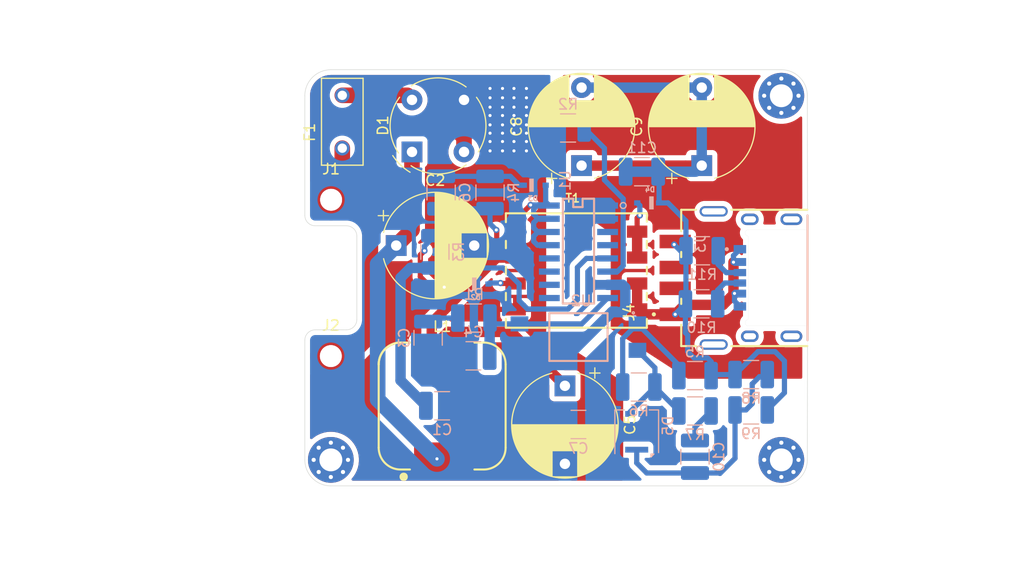
<source format=kicad_pcb>
(kicad_pcb (version 20241229) (generator "pcbnew") (generator_version "9.0")
  (layers (0 "F.Cu" signal) (2 "B.Cu" signal) (13 "F.Paste" user) (15 "B.Paste" user) (5 "F.SilkS" user "F.Silkscreen") (7 "B.SilkS" user "B.Silkscreen") (1 "F.Mask" user) (3 "B.Mask" user) (25 "Edge.Cuts" user))
  (net 0 "")
  (net 1 "GND1")
  (net 2 "Net-(D1-+)")
  (net 3 "GND2")
  (net 4 "Net-(U1-VDD)")
  (net 5 "Net-(U1-COMP)")
  (net 6 "Net-(J2-Pin_1)")
  (net 7 "Net-(D1-Pad4)")
  (net 8 "Net-(D5-K)")
  (net 9 "Net-(J1-Pin_1)")
  (net 10 "Net-(U1-LIM)")
  (net 11 "Net-(R5-Pad2)")
  (net 12 "Net-(J4-VCC)")
  (net 13 "Net-(J3-CC2)")
  (net 18 "Net-(J3-CC1)")
  (net 23 "Net-(C3-Pad1)")
  (net 24 "Net-(C5-Pad1)")
  (net 25 "Net-(C6-Pad2)")
  (net 26 "Net-(D5-common)")
  (net 27 "Net-(C10-Pad2)")
  (net 28 "Net-(D2-PadC)")
  (net 29 "Net-(D2-PadA)")
  (net 30 "Net-(D3-PadA)")
  (net 31 "Net-(D4-PadA)")
  (footprint "MountingHole:MountingHole_2.2mm_M2_Pad_Via" (layer "F.Cu") (at 235 49.2)
    (property "Reference" "REF**" (hide yes))
    (property "Value" "MountingHole_2.2mm_M2_Pad_Via" (hide yes))
    (pad "1" thru_hole circle (at -1.65 0) (size 0.7 0.7) (drill 0.4) (layers "*.Cu" "*.Mask"))
    (pad "1" thru_hole circle (at -1.166726 -1.166726) (size 0.7 0.7) (drill 0.4) (layers "*.Cu" "*.Mask"))
    (pad "1" thru_hole circle (at -1.166726 1.166726) (size 0.7 0.7) (drill 0.4) (layers "*.Cu" "*.Mask"))
    (pad "1" thru_hole circle (at 0 -1.65) (size 0.7 0.7) (drill 0.4) (layers "*.Cu" "*.Mask"))
    (pad "1" thru_hole circle (at 0 0) (size 4.4 4.4) (drill 2.2) (layers "*.Cu" "*.Mask"))
    (pad "1" thru_hole circle (at 0 1.65) (size 0.7 0.7) (drill 0.4) (layers "*.Cu" "*.Mask"))
    (pad "1" thru_hole circle (at 1.166726 -1.166726) (size 0.7 0.7) (drill 0.4) (layers "*.Cu" "*.Mask"))
    (pad "1" thru_hole circle (at 1.166726 1.166726) (size 0.7 0.7) (drill 0.4) (layers "*.Cu" "*.Mask"))
    (pad "1" thru_hole circle (at 1.65 0) (size 0.7 0.7) (drill 0.4) (layers "*.Cu" "*.Mask"))
  )
  (footprint "Diode_THT:Diode_Bridge_Round_D9.0mm" (layer "F.Cu") (at 199.5 54.6 90)
    (property "Reference" "D1" (at 2.54 -2.794 90) (layer "F.SilkS"))
    (property "Value" "RB157")
    (pad "1" thru_hole rect (at 0 0 90) (size 2 2) (drill 1) (layers "*.Cu" "*.Mask") (net 2 "Net-(D1-+)"))
    (pad "2" thru_hole oval (at 0 5 90) (size 2 2) (drill 1) (layers "*.Cu" "*.Mask") (net 6 "Net-(J2-Pin_1)"))
    (pad "3" thru_hole oval (at 5 5 90) (size 2 2) (drill 1) (layers "*.Cu" "*.Mask") (net 1 "GND1"))
    (pad "4" thru_hole oval (at 5 0 90) (size 2 2) (drill 1) (layers "*.Cu" "*.Mask") (net 7 "Net-(D1-Pad4)"))
  )
  (footprint "Capacitor_THT:CP_Radial_D10.0mm_P7.50mm" (layer "F.Cu") (at 227.35 55.917677 90)
    (property "Reference" "C9" (at 3.75 -6.25 90) (layer "F.SilkS"))
    (property "Value" "560uF")
    (pad "1" thru_hole rect (at 0 0 90) (size 2 2) (drill 1) (layers "*.Cu" "*.Mask") (net 12 "Net-(J4-VCC)"))
    (pad "2" thru_hole circle (at 7.5 0 90) (size 2 2) (drill 1) (layers "*.Cu" "*.Mask") (net 3 "GND2"))
  )
  (footprint "WE-FB_EP7_SCH1:WE-FB_EP7_P11.68" (layer "F.Cu") (at 215.3 66)
    (property "Reference" "T1" (at -0.35 -6.958 0) (layer "F.SilkS") (effects (font (size 0.8 0.8))))
    (property "Value" "WE-FB_EP7_SCH1")
    (pad "1" smd rect (at -5.84 3.735) (size 1.96 1.17) (layers "F.Cu" "F.Mask" "F.Paste") (net 1 "GND1"))
    (pad "2" smd rect (at -5.84 1.245) (size 1.96 1.17) (layers "F.Cu" "F.Mask" "F.Paste") (net 29 "Net-(D2-PadA)"))
    (pad "3" smd rect (at -5.84 -1.245) (size 1.96 1.17) (layers "F.Cu" "F.Mask" "F.Paste") (net 24 "Net-(C5-Pad1)"))
    (pad "4" smd rect (at -5.84 -3.735) (size 1.96 1.17) (layers "F.Cu" "F.Mask" "F.Paste") (net 30 "Net-(D3-PadA)"))
    (pad "5" smd rect (at 5.84 -3.735) (size 1.96 1.17) (layers "F.Cu" "F.Mask" "F.Paste") (net 31 "Net-(D4-PadA)"))
    (pad "6" smd rect (at 5.84 -1.245) (size 1.96 1.17) (layers "F.Cu" "F.Mask" "F.Paste") (net 31 "Net-(D4-PadA)"))
    (pad "7" smd rect (at 5.84 1.245) (size 1.96 1.17) (layers "F.Cu" "F.Mask" "F.Paste") (net 3 "GND2"))
    (pad "8" smd rect (at 5.84 3.735) (size 1.96 1.17) (layers "F.Cu" "F.Mask" "F.Paste") (net 3 "GND2"))
  )
  (footprint "MountingHole:MountingHole_2.2mm_M2_Pad_Via" (layer "F.Cu") (at 235 84.2)
    (property "Reference" "REF**" (hide yes))
    (property "Value" "MountingHole_2.2mm_M2_Pad_Via" (hide yes))
    (pad "1" thru_hole circle (at -1.65 0) (size 0.7 0.7) (drill 0.4) (layers "*.Cu" "*.Mask"))
    (pad "1" thru_hole circle (at -1.166726 -1.166726) (size 0.7 0.7) (drill 0.4) (layers "*.Cu" "*.Mask"))
    (pad "1" thru_hole circle (at -1.166726 1.166726) (size 0.7 0.7) (drill 0.4) (layers "*.Cu" "*.Mask"))
    (pad "1" thru_hole circle (at 0 -1.65) (size 0.7 0.7) (drill 0.4) (layers "*.Cu" "*.Mask"))
    (pad "1" thru_hole circle (at 0 0) (size 4.4 4.4) (drill 2.2) (layers "*.Cu" "*.Mask"))
    (pad "1" thru_hole circle (at 0 1.65) (size 0.7 0.7) (drill 0.4) (layers "*.Cu" "*.Mask"))
    (pad "1" thru_hole circle (at 1.166726 -1.166726) (size 0.7 0.7) (drill 0.4) (layers "*.Cu" "*.Mask"))
    (pad "1" thru_hole circle (at 1.166726 1.166726) (size 0.7 0.7) (drill 0.4) (layers "*.Cu" "*.Mask"))
    (pad "1" thru_hole circle (at 1.65 0) (size 0.7 0.7) (drill 0.4) (layers "*.Cu" "*.Mask"))
  )
  (footprint "USB1046-GF-0190-L-B-A_REVB4:GCT_USB1046-GF-0190-L-B-A_REVB4" (layer "F.Cu") (at 228.4975 66.7125 90)
    (property "Reference" "J4" (at -3.325 -8.135 90) (layer "F.SilkS"))
    (property "Value" "USB1046-GF-0190-L-B-A_REVB4")
    (pad "1" smd rect (at -3.5 -3.7 90) (size 1.3 3) (layers "F.Cu" "F.Mask" "F.Paste") (net 12 "Net-(J4-VCC)"))
    (pad "2" smd rect (at -1 -3.7 90) (size 1.3 3) (layers "F.Cu" "F.Mask" "F.Paste"))
    (pad "3" smd rect (at 1 -3.7 90) (size 1.3 3) (layers "F.Cu" "F.Mask" "F.Paste"))
    (pad "4" smd rect (at 3.5 -3.7 90) (size 1.3 3) (layers "F.Cu" "F.Mask" "F.Paste") (net 3 "GND2"))
    (pad "SH1" thru_hole oval (at -6.4 0 90) (size 1 2.7) (drill oval 0.6 2.3) (layers "*.Cu" "*.Mask"))
    (pad "SH2" thru_hole oval (at 6.4 0 90) (size 1 2.7) (drill oval 0.6 2.3) (layers "*.Cu" "*.Mask"))
  )
  (footprint "WE-PD_1210:WE-PD_1210" (layer "F.Cu") (at 202.4 79.025)
    (property "Reference" "L1" (at 0 -7.635 0) (layer "F.SilkS"))
    (property "Value" "WE-PD_1210")
    (pad "1" smd rect (at 0 4.95) (size 5.4 2.9) (layers "F.Cu" "F.Mask" "F.Paste") (net 2 "Net-(D1-+)"))
    (pad "2" smd rect (at 0 -4.95) (size 5.4 2.9) (layers "F.Cu" "F.Mask" "F.Paste") (net 24 "Net-(C5-Pad1)"))
    (zone (net 0) (net_name "") (layer "F.Cu") (connect_pads (clearance 0)) (min_thickness 0.1)
      (keepout (tracks not_allowed) (vias not_allowed) (pads not_allowed) (copperpour not_allowed) (footprints allowed))
      (fill (thermal_gap 0.508) (thermal_bridge_width 0.508))
      (polygon (pts (xy 196.4 75.025) (xy 196.4 83.025) (xy 196.403 83.13) (xy 196.411 83.234) (xy 196.425 83.338) (xy 196.444 83.441) (xy 196.468 83.543) (xy 196.498 83.643) (xy 196.533 83.742) (xy 196.573 83.838) (xy 196.618 83.933) (xy 196.668 84.025) (xy 196.723 84.114) (xy 196.782 84.201) (xy 196.846 84.284) (xy 196.914 84.363) (xy 196.986 84.439) (xy 197.062 84.511) (xy 197.141 84.579) (xy 197.224 84.643) (xy 197.311 84.702) (xy 197.4 84.757) (xy 197.492 84.807) (xy 197.587 84.852) (xy 197.683 84.892) (xy 197.782 84.927) (xy 197.882 84.957) (xy 197.984 84.981) (xy 198.087 85) (xy 198.191 85.014) (xy 198.295 85.022) (xy 198.4 85.025) (xy 199.5 85.025) (xy 199.5 82.325) (xy 205.3 82.325) (xy 205.3 85.025) (xy 206.4 85.025) (xy 206.505 85.022) (xy 206.609 85.014) (xy 206.713 85) (xy 206.816 84.981) (xy 206.918 84.957) (xy 207.018 84.927) (xy 207.117 84.892) (xy 207.213 84.852) (xy 207.308 84.807) (xy 207.4 84.757) (xy 207.489 84.702) (xy 207.576 84.643) (xy 207.659 84.579) (xy 207.738 84.511) (xy 207.814 84.439) (xy 207.886 84.363) (xy 207.954 84.284) (xy 208.018 84.201) (xy 208.077 84.114) (xy 208.132 84.025) (xy 208.182 83.933) (xy 208.227 83.838) (xy 208.267 83.742) (xy 208.302 83.643) (xy 208.332 83.543) (xy 208.356 83.441) (xy 208.375 83.338) (xy 208.389 83.234) (xy 208.397 83.13) (xy 208.4 83.025) (xy 208.4 75.025) (xy 208.397 74.92) (xy 208.389 74.816) (xy 208.375 74.712) (xy 208.356 74.609) (xy 208.332 74.507) (xy 208.302 74.407) (xy 208.267 74.308) (xy 208.227 74.212) (xy 208.182 74.117) (xy 208.132 74.025) (xy 208.077 73.936) (xy 208.018 73.849) (xy 207.954 73.766) (xy 207.886 73.687) (xy 207.814 73.611) (xy 207.738 73.539) (xy 207.659 73.471) (xy 207.576 73.407) (xy 207.489 73.348) (xy 207.4 73.293) (xy 207.308 73.243) (xy 207.213 73.198) (xy 207.117 73.158) (xy 207.018 73.123) (xy 206.918 73.093) (xy 206.816 73.069) (xy 206.713 73.05) (xy 206.609 73.036) (xy 206.505 73.028) (xy 206.4 73.025) (xy 205.3 73.025) (xy 205.3 75.725) (xy 199.5 75.725) (xy 199.5 73.025) (xy 198.4 73.025) (xy 198.295 73.028) (xy 198.191 73.036) (xy 198.087 73.05) (xy 197.984 73.069) (xy 197.882 73.093) (xy 197.782 73.123) (xy 197.683 73.158) (xy 197.587 73.198) (xy 197.492 73.243) (xy 197.4 73.293) (xy 197.311 73.348) (xy 197.224 73.407) (xy 197.141 73.471) (xy 197.062 73.539) (xy 196.986 73.611) (xy 196.914 73.687) (xy 196.846 73.766) (xy 196.782 73.849) (xy 196.723 73.936) (xy 196.668 74.025) (xy 196.618 74.117) (xy 196.573 74.212) (xy 196.533 74.308) (xy 196.498 74.407) (xy 196.468 74.507) (xy 196.444 74.609) (xy 196.425 74.712) (xy 196.411 74.816) (xy 196.403 74.92)))
    )
  )
  (footprint "Mounting_Wuerth:Mounting_Wuerth_WA-SMSI-M1.6_H1mm_9774010633" (layer "F.Cu") (at 191.7 74.225)
    (property "Reference" "J2" (at 0 -2.95 0) (layer "F.SilkS"))
    (property "Value" "Screw_Terminal_01x01")
    (pad "" np_thru_hole circle (at 0 0) (size 2.1 2.1) (drill 2.1) (layers "*.Cu" "*.Mask"))
    (pad "1" smd circle (at -1.525 0) (size 0.442 0.442) (layers "F.Cu") (net 6 "Net-(J2-Pin_1)"))
    (pad "1" smd circle (at 0 -1.525) (size 0.442 0.442) (layers "F.Cu") (net 6 "Net-(J2-Pin_1)"))
    (pad "1" smd circle (at 0 1.525) (size 0.442 0.442) (layers "F.Cu") (net 6 "Net-(J2-Pin_1)"))
    (pad "1" smd custom (at 1.525 0) (size 0.95 0.95) (layers "F.Cu" "F.Mask") (net 6 "Net-(J2-Pin_1)") (options (clearance outline) (anchor circle)) (primitives (gr_circle (center -1.525 0) (end 0 0) (width 0.95) (fill no))))
  )
  (footprint "Capacitor_THT:CP_Radial_D10.0mm_P7.50mm" (layer "F.Cu") (at 214.2 77.082323 -90)
    (property "Reference" "C5" (at 3.75 -6.25 90) (layer "F.SilkS"))
    (property "Value" "12uF")
    (pad "1" thru_hole rect (at 0 0 270) (size 2 2) (drill 1) (layers "*.Cu" "*.Mask") (net 24 "Net-(C5-Pad1)"))
    (pad "2" thru_hole circle (at 7.5 0 270) (size 2 2) (drill 1) (layers "*.Cu" "*.Mask") (net 1 "GND1"))
  )
  (footprint "Capacitor_THT:CP_Radial_D10.0mm_P7.50mm" (layer "F.Cu") (at 215.8 55.917677 90)
    (property "Reference" "C8" (at 3.75 -6.25 90) (layer "F.SilkS"))
    (property "Value" "560uF")
    (pad "1" thru_hole rect (at 0 0 90) (size 2 2) (drill 1) (layers "*.Cu" "*.Mask") (net 12 "Net-(J4-VCC)"))
    (pad "2" thru_hole circle (at 7.5 0 90) (size 2 2) (drill 1) (layers "*.Cu" "*.Mask") (net 3 "GND2"))
  )
  (footprint "MountingHole:MountingHole_2.2mm_M2_Pad_Via" (layer "F.Cu") (at 191.7 84.2)
    (property "Reference" "REF**" (hide yes))
    (property "Value" "MountingHole_2.2mm_M2_Pad_Via" (hide yes))
    (pad "1" thru_hole circle (at -1.65 0) (size 0.7 0.7) (drill 0.4) (layers "*.Cu" "*.Mask"))
    (pad "1" thru_hole circle (at -1.166726 -1.166726) (size 0.7 0.7) (drill 0.4) (layers "*.Cu" "*.Mask"))
    (pad "1" thru_hole circle (at -1.166726 1.166726) (size 0.7 0.7) (drill 0.4) (layers "*.Cu" "*.Mask"))
    (pad "1" thru_hole circle (at 0 -1.65) (size 0.7 0.7) (drill 0.4) (layers "*.Cu" "*.Mask"))
    (pad "1" thru_hole circle (at 0 0) (size 4.4 4.4) (drill 2.2) (layers "*.Cu" "*.Mask"))
    (pad "1" thru_hole circle (at 0 1.65) (size 0.7 0.7) (drill 0.4) (layers "*.Cu" "*.Mask"))
    (pad "1" thru_hole circle (at 1.166726 -1.166726) (size 0.7 0.7) (drill 0.4) (layers "*.Cu" "*.Mask"))
    (pad "1" thru_hole circle (at 1.166726 1.166726) (size 0.7 0.7) (drill 0.4) (layers "*.Cu" "*.Mask"))
    (pad "1" thru_hole circle (at 1.65 0) (size 0.7 0.7) (drill 0.4) (layers "*.Cu" "*.Mask"))
  )
  (footprint "Capacitor_THT:CP_Radial_D10.0mm_P7.50mm" (layer "F.Cu") (at 197.982323 63.6)
    (property "Reference" "C2" (at 3.75 -6.25 0) (layer "F.SilkS"))
    (property "Value" "12uF")
    (pad "1" thru_hole rect (at 0 0) (size 2 2) (drill 1) (layers "*.Cu" "*.Mask") (net 2 "Net-(D1-+)"))
    (pad "2" thru_hole circle (at 7.5 0) (size 2 2) (drill 1) (layers "*.Cu" "*.Mask") (net 1 "GND1"))
  )
  (footprint "RSTA-2.5-BULK:FUSE_RST-1-BULK" (layer "F.Cu") (at 192.8 51.7 90)
    (property "Reference" "F1" (at -1.025 -3.135 90) (layer "F.SilkS"))
    (property "Value" "RSTA-2.5-BULK")
    (pad "1" thru_hole circle (at -2.54 0 90) (size 1.408 1.408) (drill 0.9) (layers "*.Cu" "*.Mask") (net 9 "Net-(J1-Pin_1)"))
    (pad "2" thru_hole circle (at 2.54 0 90) (size 1.408 1.408) (drill 0.9) (layers "*.Cu" "*.Mask") (net 7 "Net-(D1-Pad4)"))
  )
  (footprint "Mounting_Wuerth:Mounting_Wuerth_WA-SMSI-M1.6_H1mm_9774010633" (layer "F.Cu") (at 191.725 59.2)
    (property "Reference" "J1" (at 0 -2.95 0) (layer "F.SilkS"))
    (property "Value" "Screw_Terminal_01x01")
    (pad "" np_thru_hole circle (at 0 0) (size 2.1 2.1) (drill 2.1) (layers "*.Cu" "*.Mask"))
    (pad "1" smd circle (at -1.525 0) (size 0.442 0.442) (layers "F.Cu") (net 9 "Net-(J1-Pin_1)"))
    (pad "1" smd circle (at 0 -1.525) (size 0.442 0.442) (layers "F.Cu") (net 9 "Net-(J1-Pin_1)"))
    (pad "1" smd circle (at 0 1.525) (size 0.442 0.442) (layers "F.Cu") (net 9 "Net-(J1-Pin_1)"))
    (pad "1" smd custom (at 1.525 0) (size 0.95 0.95) (layers "F.Cu" "F.Mask") (net 9 "Net-(J1-Pin_1)") (options (clearance outline) (anchor circle)) (primitives (gr_circle (center -1.525 0) (end 0 0) (width 0.95) (fill no))))
  )
  (footprint "Resistor_SMD:R_1210_3225Metric_Pad1.30x2.65mm_HandSolder" (layer "B.Cu") (at 227.3325 69.2)
    (property "Reference" "R10" (at 0 2.28 0) (layer "B.SilkS") (effects (justify mirror)))
    (property "Value" "10k")
    (pad "1" smd roundrect (at -1.55 0) (size 1.3 2.65) (layers "B.Cu" "B.Mask" "B.Paste") (roundrect_rratio 0.192308) (net 12 "Net-(J4-VCC)"))
    (pad "2" smd roundrect (at 1.55 0) (size 1.3 2.65) (layers "B.Cu" "B.Mask" "B.Paste") (roundrect_rratio 0.192308) (net 13 "Net-(J3-CC2)"))
  )
  (footprint "Resistor_SMD:R_1210_3225Metric_Pad1.30x2.65mm_HandSolder" (layer "B.Cu") (at 232.1 76)
    (property "Reference" "R8" (at 0 2.28 0) (layer "B.SilkS") (effects (justify mirror)))
    (property "Value" "130K")
    (pad "1" smd roundrect (at -1.55 0) (size 1.3 2.65) (layers "B.Cu" "B.Mask" "B.Paste") (roundrect_rratio 0.192308) (net 12 "Net-(J4-VCC)"))
    (pad "2" smd roundrect (at 1.55 0) (size 1.3 2.65) (layers "B.Cu" "B.Mask" "B.Paste") (roundrect_rratio 0.192308) (net 26 "Net-(D5-common)"))
  )
  (footprint "USB4515-GF-A_REVA:GCT_USB4515-GF-A_REVA" (layer "B.Cu") (at 235.9675 66.7 -90)
    (property "Reference" "J3" (at -3.245 8.755 90) (layer "B.SilkS") (effects (justify mirror)))
    (property "Value" "USB4515-GF-A_REVA")
    (fp_line (start -3.95 4.15) (end 3.95 4.15) (stroke (width 0.01)) (layer "Edge.Cuts"))
    (fp_line (start 4.62 4.15) (end 4.62 -1.55) (stroke (width 0.01)) (layer "Edge.Cuts"))
    (fp_line (start -6.62 -1.55) (end -4.62 -1.55) (stroke (width 0.01)) (layer "Edge.Cuts"))
    (fp_line (start -4.62 -1.55) (end -4.62 4.15) (stroke (width 0.01)) (layer "Edge.Cuts"))
    (fp_line (start 4.62 -1.55) (end 6.62 -1.55) (stroke (width 0.01)) (layer "Edge.Cuts"))
    (fp_arc (start -4.03 4.23) (mid -4.359942 4.447699) (end -4.62 4.15) (stroke (width 0.01)) (layer "Edge.Cuts"))
    (fp_arc (start -4.03 4.23) (mid -4.003271 4.176729) (end -3.95 4.15) (stroke (width 0.01)) (layer "Edge.Cuts"))
    (fp_arc (start 3.95 4.15) (mid 4.00328 4.17672) (end 4.03 4.23) (stroke (width 0.01)) (layer "Edge.Cuts"))
    (fp_arc (start 4.62 4.15) (mid 4.359945 4.447696) (end 4.03 4.23) (stroke (width 0.01)) (layer "Edge.Cuts"))
    (pad "A5" smd rect (at -0.5 4.95 270) (size 0.7 1.2) (layers "B.Cu" "B.Mask" "B.Paste") (net 18 "Net-(J3-CC1)"))
    (pad "A9" smd rect (at 1.52 4.95 270) (size 0.76 1.2) (layers "B.Cu" "B.Mask" "B.Paste") (net 12 "Net-(J4-VCC)"))
    (pad "A12" smd rect (at 2.75 4.95 270) (size 0.8 1.2) (layers "B.Cu" "B.Mask" "B.Paste") (net 3 "GND2"))
    (pad "B5" smd rect (at 0.5 4.95 270) (size 0.7 1.2) (layers "B.Cu" "B.Mask" "B.Paste") (net 13 "Net-(J3-CC2)"))
    (pad "B9" smd rect (at -1.52 4.95 270) (size 0.76 1.2) (layers "B.Cu" "B.Mask" "B.Paste") (net 12 "Net-(J4-VCC)"))
    (pad "B12" smd rect (at -2.75 4.95 270) (size 0.8 1.2) (layers "B.Cu" "B.Mask" "B.Paste") (net 3 "GND2"))
    (pad "S1" thru_hole oval (at -5.62 0 270) (size 1.1 2.1) (drill oval 0.6 1.6) (layers "*.Cu" "*.Mask"))
    (pad "S2" thru_hole oval (at 5.62 0 270) (size 1.1 2.1) (drill oval 0.6 1.6) (layers "*.Cu" "*.Mask"))
    (pad "S3" thru_hole oval (at -5.62 4 270) (size 1.1 1.7) (drill oval 0.6 1.2) (layers "*.Cu" "*.Mask"))
    (pad "S4" thru_hole oval (at 5.62 4 270) (size 1.1 1.7) (drill oval 0.6 1.2) (layers "*.Cu" "*.Mask"))
  )
  (footprint "VIPER26LD:SO16N" (layer "B.Cu") (at 215.5 64.2 -90)
    (property "Reference" "U1" (at -6.842 1.27 90) (layer "B.SilkS") (effects (justify mirror)))
    (property "Value" "VIPER26LD")
    (property "VALUE" "VIPER26LD" (hide yes))
    (pad "1" smd rect (at -4.445 -2.8 270) (size 0.6 2) (layers "B.Cu" "B.Mask" "B.Paste") (net 1 "GND1"))
    (pad "2" smd rect (at -3.175 -2.8 270) (size 0.6 2) (layers "B.Cu" "B.Mask" "B.Paste") (net 1 "GND1"))
    (pad "3" smd rect (at -1.905 -2.8 270) (size 0.6 2) (layers "B.Cu" "B.Mask" "B.Paste"))
    (pad "4" smd rect (at -0.635 -2.8 270) (size 0.6 2) (layers "B.Cu" "B.Mask" "B.Paste"))
    (pad "5" smd rect (at 0.635 -2.8 270) (size 0.6 2) (layers "B.Cu" "B.Mask" "B.Paste") (net 4 "Net-(U1-VDD)"))
    (pad "6" smd rect (at 1.905 -2.8 270) (size 0.6 2) (layers "B.Cu" "B.Mask" "B.Paste") (net 10 "Net-(U1-LIM)"))
    (pad "7" smd rect (at 3.175 -2.8 270) (size 0.6 2) (layers "B.Cu" "B.Mask" "B.Paste") (net 1 "GND1"))
    (pad "8" smd rect (at 4.445 -2.8 270) (size 0.6 2) (layers "B.Cu" "B.Mask" "B.Paste") (net 5 "Net-(U1-COMP)"))
    (pad "9" smd rect (at 4.445 2.8 270) (size 0.6 2) (layers "B.Cu" "B.Mask" "B.Paste"))
    (pad "10" smd rect (at 3.175 2.8 270) (size 0.6 2) (layers "B.Cu" "B.Mask" "B.Paste"))
    (pad "11" smd rect (at 1.905 2.8 270) (size 0.6 2) (layers "B.Cu" "B.Mask" "B.Paste"))
    (pad "12" smd rect (at 0.635 2.8 270) (size 0.6 2) (layers "B.Cu" "B.Mask" "B.Paste"))
    (pad "13" smd rect (at -0.635 2.8 270) (size 0.6 2) (layers "B.Cu" "B.Mask" "B.Paste") (net 30 "Net-(D3-PadA)"))
    (pad "14" smd rect (at -1.905 2.8 270) (size 0.6 2) (layers "B.Cu" "B.Mask" "B.Paste") (net 30 "Net-(D3-PadA)"))
    (pad "15" smd rect (at -3.175 2.8 270) (size 0.6 2) (layers "B.Cu" "B.Mask" "B.Paste") (net 30 "Net-(D3-PadA)"))
    (pad "16" smd rect (at -4.445 2.8 270) (size 0.6 2) (layers "B.Cu" "B.Mask" "B.Paste") (net 30 "Net-(D3-PadA)"))
  )
  (footprint "Capacitor_SMD:C_1210_3225Metric_Pad1.33x2.70mm_HandSolder" (layer "B.Cu") (at 205.4 74.2 180)
    (property "Reference" "C4" (at 0 2.3 0) (layer "B.SilkS") (effects (justify mirror)))
    (property "Value" "220pF")
    (pad "1" smd roundrect (at -1.5625 0 180) (size 1.325 2.7) (layers "B.Cu" "B.Mask" "B.Paste") (roundrect_rratio 0.188679) (net 5 "Net-(U1-COMP)"))
    (pad "2" smd roundrect (at 1.5625 0 180) (size 1.325 2.7) (layers "B.Cu" "B.Mask" "B.Paste") (roundrect_rratio 0.188679) (net 1 "GND1"))
  )
  (footprint "Capacitor_SMD:C_1210_3225Metric_Pad1.33x2.70mm_HandSolder" (layer "B.Cu") (at 201.05 72.47 -90)
    (property "Reference" "C3" (at 0 2.3 90) (layer "B.SilkS") (effects (justify mirror)))
    (property "Value" "330nF")
    (pad "1" smd roundrect (at -1.5625 0 270) (size 1.325 2.7) (layers "B.Cu" "B.Mask" "B.Paste") (roundrect_rratio 0.188679) (net 23 "Net-(C3-Pad1)"))
    (pad "2" smd roundrect (at 1.5625 0 270) (size 1.325 2.7) (layers "B.Cu" "B.Mask" "B.Paste") (roundrect_rratio 0.188679) (net 1 "GND1"))
  )
  (footprint "Capacitor_SMD:C_1210_3225Metric_Pad1.33x2.70mm_HandSolder" (layer "B.Cu") (at 226.7 83.9 90)
    (property "Reference" "C10" (at 0 2.3 90) (layer "B.SilkS") (effects (justify mirror)))
    (property "Value" "12nF")
    (pad "1" smd roundrect (at -1.5625 0 90) (size 1.325 2.7) (layers "B.Cu" "B.Mask" "B.Paste") (roundrect_rratio 0.188679) (net 26 "Net-(D5-common)"))
    (pad "2" smd roundrect (at 1.5625 0 90) (size 1.325 2.7) (layers "B.Cu" "B.Mask" "B.Paste") (roundrect_rratio 0.188679) (net 27 "Net-(C10-Pad2)"))
  )
  (footprint "VO617A-3X018T:SOIC254P1210X390-4N" (layer "B.Cu") (at 215.5 72.4 180)
    (property "Reference" "U2" (at -0.251215 3.492045 0) (layer "B.SilkS") (effects (font (size 1.000874 1.000874)) (justify mirror)))
    (property "Value" "VO617A-3X018T")
    (pad "1" smd rect (at -5.67 1.27 180) (size 1.7 1.45) (layers "B.Cu" "B.Mask" "B.Paste") (net 11 "Net-(R5-Pad2)"))
    (pad "2" smd rect (at -5.67 -1.27 180) (size 1.7 1.45) (layers "B.Cu" "B.Mask" "B.Paste") (net 8 "Net-(D5-K)"))
    (pad "3" smd rect (at 5.67 -1.27 180) (size 1.7 1.45) (layers "B.Cu" "B.Mask" "B.Paste") (net 1 "GND1"))
    (pad "4" smd rect (at 5.67 1.27 180) (size 1.7 1.45) (layers "B.Cu" "B.Mask" "B.Paste") (net 5 "Net-(U1-COMP)"))
  )
  (footprint "Resistor_SMD:R_1210_3225Metric_Pad1.30x2.65mm_HandSolder" (layer "B.Cu") (at 207 58.5 90)
    (property "Reference" "R4" (at 0 2.28 90) (layer "B.SilkS") (effects (justify mirror)))
    (property "Value" "220k")
    (pad "1" smd roundrect (at -1.55 0 90) (size 1.3 2.65) (layers "B.Cu" "B.Mask" "B.Paste") (roundrect_rratio 0.192308) (net 24 "Net-(C5-Pad1)"))
    (pad "2" smd roundrect (at 1.55 0 90) (size 1.3 2.65) (layers "B.Cu" "B.Mask" "B.Paste") (roundrect_rratio 0.192308) (net 25 "Net-(C6-Pad2)"))
  )
  (footprint "Resistor_SMD:R_1210_3225Metric_Pad1.30x2.65mm_HandSolder" (layer "B.Cu") (at 232.1 79.4)
    (property "Reference" "R9" (at 0 2.28 0) (layer "B.SilkS") (effects (justify mirror)))
    (property "Value" "43K")
    (pad "1" smd roundrect (at -1.55 0) (size 1.3 2.65) (layers "B.Cu" "B.Mask" "B.Paste") (roundrect_rratio 0.192308) (net 26 "Net-(D5-common)"))
    (pad "2" smd roundrect (at 1.55 0) (size 1.3 2.65) (layers "B.Cu" "B.Mask" "B.Paste") (roundrect_rratio 0.192308) (net 3 "GND2"))
  )
  (footprint "1N4148WSQ-7-F:SOD2513X120N" (layer "B.Cu") (at 211.3 57.8)
    (property "Reference" "D3" (at -0.17623 1.276433 0) (layer "B.SilkS") (effects (font (size 0.480614 0.480614)) (justify mirror)))
    (property "Value" "1N4148WSQ-7-F")
    (pad "A" smd rect (at 1.05 0) (size 0.6 0.5) (layers "B.Cu" "B.Mask" "B.Paste") (net 30 "Net-(D3-PadA)"))
    (pad "C" smd rect (at -1.05 0) (size 0.6 0.5) (layers "B.Cu" "B.Mask" "B.Paste") (net 25 "Net-(C6-Pad2)"))
  )
  (footprint "Resistor_SMD:R_1210_3225Metric_Pad1.30x2.65mm_HandSolder" (layer "B.Cu") (at 226.7 76.1 180)
    (property "Reference" "R5" (at 0 2.28 0) (layer "B.SilkS") (effects (justify mirror)))
    (property "Value" "100")
    (pad "1" smd roundrect (at -1.55 0 180) (size 1.3 2.65) (layers "B.Cu" "B.Mask" "B.Paste") (roundrect_rratio 0.192308) (net 12 "Net-(J4-VCC)"))
    (pad "2" smd roundrect (at 1.55 0 180) (size 1.3 2.65) (layers "B.Cu" "B.Mask" "B.Paste") (roundrect_rratio 0.192308) (net 11 "Net-(R5-Pad2)"))
  )
  (footprint "1N4148WSQ-7-F:SOD2513X120N" (layer "B.Cu") (at 222.2 59.5 180)
    (property "Reference" "D4" (at -0.17623 1.276433 0) (layer "B.SilkS") (effects (font (size 0.480614 0.480614)) (justify mirror)))
    (property "Value" "1N4148WSQ-7-F")
    (pad "A" smd rect (at 1.05 0 180) (size 0.6 0.5) (layers "B.Cu" "B.Mask" "B.Paste") (net 31 "Net-(D4-PadA)"))
    (pad "C" smd rect (at -1.05 0 180) (size 0.6 0.5) (layers "B.Cu" "B.Mask" "B.Paste") (net 12 "Net-(J4-VCC)"))
  )
  (footprint "1N4148WSQ-7-F:SOD2513X120N" (layer "B.Cu") (at 205.8 67.3)
    (property "Reference" "D2" (at -0.17623 1.276433 0) (layer "B.SilkS") (effects (font (size 0.480614 0.480614)) (justify mirror)))
    (property "Value" "1N4148WSQ-7-F")
    (pad "A" smd rect (at 1.05 0) (size 0.6 0.5) (layers "B.Cu" "B.Mask" "B.Paste") (net 29 "Net-(D2-PadA)"))
    (pad "C" smd rect (at -1.05 0) (size 0.6 0.5) (layers "B.Cu" "B.Mask" "B.Paste") (net 28 "Net-(D2-PadC)"))
  )
  (footprint "Diode_SMD:Littelfuse_PolyZen-LS" (layer "B.Cu") (at 221.1 81.5 90)
    (property "Reference" "D5" (at 0.58 3 90) (layer "B.SilkS") (effects (justify mirror)))
    (property "Value" "D_Schottky_Dual_Series_CAK")
    (pad "1" smd rect (at -1.72 0 90) (size 0.56 2.21) (layers "B.Cu" "B.Mask" "B.Paste") (net 26 "Net-(D5-common)"))
    (pad "2" smd rect (at 1.72 0.635 90) (size 0.56 0.94) (layers "B.Cu" "B.Mask" "B.Paste") (net 3 "GND2"))
    (pad "3" smd rect (at 1.72 -0.635 90) (size 0.56 0.94) (layers "B.Cu" "B.Mask" "B.Paste") (net 8 "Net-(D5-K)"))
  )
  (footprint "Resistor_SMD:R_1210_3225Metric_Pad1.30x2.65mm_HandSolder" (layer "B.Cu") (at 227.3825 64.1)
    (property "Reference" "R11" (at 0 2.28 0) (layer "B.SilkS") (effects (justify mirror)))
    (property "Value" "10k")
    (pad "1" smd roundrect (at -1.55 0) (size 1.3 2.65) (layers "B.Cu" "B.Mask" "B.Paste") (roundrect_rratio 0.192308) (net 12 "Net-(J4-VCC)"))
    (pad "2" smd roundrect (at 1.55 0) (size 1.3 2.65) (layers "B.Cu" "B.Mask" "B.Paste") (roundrect_rratio 0.192308) (net 18 "Net-(J3-CC1)"))
  )
  (footprint "Resistor_SMD:R_1210_3225Metric_Pad1.30x2.65mm_HandSolder" (layer "B.Cu") (at 214.5 52.3 180)
    (property "Reference" "R2" (at 0 2.28 0) (layer "B.SilkS") (effects (justify mirror)))
    (property "Value" "R")
    (pad "1" smd roundrect (at -1.55 0 180) (size 1.3 2.65) (layers "B.Cu" "B.Mask" "B.Paste") (roundrect_rratio 0.192308) (net 10 "Net-(U1-LIM)"))
    (pad "2" smd roundrect (at 1.55 0 180) (size 1.3 2.65) (layers "B.Cu" "B.Mask" "B.Paste") (roundrect_rratio 0.192308) (net 1 "GND1"))
  )
  (footprint "Capacitor_SMD:C_1210_3225Metric_Pad1.33x2.70mm_HandSolder" (layer "B.Cu") (at 221.6 56.5 180)
    (property "Reference" "C11" (at 0 2.3 0) (layer "B.SilkS") (effects (justify mirror)))
    (property "Value" "1uF")
    (pad "1" smd roundrect (at -1.5625 0 180) (size 1.325 2.7) (layers "B.Cu" "B.Mask" "B.Paste") (roundrect_rratio 0.188679) (net 12 "Net-(J4-VCC)"))
    (pad "2" smd roundrect (at 1.5625 0 180) (size 1.325 2.7) (layers "B.Cu" "B.Mask" "B.Paste") (roundrect_rratio 0.188679) (net 3 "GND2"))
  )
  (footprint "Resistor_SMD:R_1210_3225Metric_Pad1.30x2.65mm_HandSolder" (layer "B.Cu") (at 226.7 79.5)
    (property "Reference" "R7" (at 0 2.28 0) (layer "B.SilkS") (effects (justify mirror)))
    (property "Value" "1M")
    (pad "1" smd roundrect (at -1.55 0) (size 1.3 2.65) (layers "B.Cu" "B.Mask" "B.Paste") (roundrect_rratio 0.192308) (net 8 "Net-(D5-K)"))
    (pad "2" smd roundrect (at 1.55 0) (size 1.3 2.65) (layers "B.Cu" "B.Mask" "B.Paste") (roundrect_rratio 0.192308) (net 27 "Net-(C10-Pad2)"))
  )
  (footprint "Capacitor_SMD:C_1210_3225Metric_Pad1.33x2.70mm_HandSolder" (layer "B.Cu") (at 215.5 80.8)
    (property "Reference" "C7" (at 0 2.3 0) (layer "B.SilkS") (effects (justify mirror)))
    (property "Value" "C")
    (pad "1" smd roundrect (at -1.5625 0) (size 1.325 2.7) (layers "B.Cu" "B.Mask" "B.Paste") (roundrect_rratio 0.188679) (net 1 "GND1"))
    (pad "2" smd roundrect (at 1.5625 0) (size 1.325 2.7) (layers "B.Cu" "B.Mask" "B.Paste") (roundrect_rratio 0.188679) (net 3 "GND2"))
  )
  (footprint "Capacitor_SMD:C_1210_3225Metric_Pad1.33x2.70mm_HandSolder" (layer "B.Cu") (at 202.3 58.5 90)
    (property "Reference" "C6" (at 0 2.3 90) (layer "B.SilkS") (effects (justify mirror)))
    (property "Value" "1nF")
    (pad "1" smd roundrect (at -1.5625 0 90) (size 1.325 2.7) (layers "B.Cu" "B.Mask" "B.Paste") (roundrect_rratio 0.188679) (net 24 "Net-(C5-Pad1)"))
    (pad "2" smd roundrect (at 1.5625 0 90) (size 1.325 2.7) (layers "B.Cu" "B.Mask" "B.Paste") (roundrect_rratio 0.188679) (net 25 "Net-(C6-Pad2)"))
  )
  (footprint "Resistor_SMD:R_1210_3225Metric_Pad1.30x2.65mm_HandSolder" (layer "B.Cu") (at 201.7 64.2 90)
    (property "Reference" "R3" (at 0 2.28 90) (layer "B.SilkS") (effects (justify mirror)))
    (property "Value" "33")
    (pad "1" smd roundrect (at -1.55 0 90) (size 1.3 2.65) (layers "B.Cu" "B.Mask" "B.Paste") (roundrect_rratio 0.192308) (net 4 "Net-(U1-VDD)"))
    (pad "2" smd roundrect (at 1.55 0 90) (size 1.3 2.65) (layers "B.Cu" "B.Mask" "B.Paste") (roundrect_rratio 0.192308) (net 28 "Net-(D2-PadC)"))
  )
  (footprint "Resistor_SMD:R_1210_3225Metric_Pad1.30x2.65mm_HandSolder" (layer "B.Cu") (at 205.45 70.57 180)
    (property "Reference" "R1" (at 0 2.28 0) (layer "B.SilkS") (effects (justify mirror)))
    (property "Value" "3.3K")
    (pad "1" smd roundrect (at -1.55 0 180) (size 1.3 2.65) (layers "B.Cu" "B.Mask" "B.Paste") (roundrect_rratio 0.192308) (net 5 "Net-(U1-COMP)"))
    (pad "2" smd roundrect (at 1.55 0 180) (size 1.3 2.65) (layers "B.Cu" "B.Mask" "B.Paste") (roundrect_rratio 0.192308) (net 23 "Net-(C3-Pad1)"))
  )
  (footprint "Resistor_SMD:R_1210_3225Metric_Pad1.30x2.65mm_HandSolder" (layer "B.Cu") (at 221.3 77.2)
    (property "Reference" "R6" (at 0 2.28 0) (layer "B.SilkS") (effects (justify mirror)))
    (property "Value" "12k")
    (pad "1" smd roundrect (at -1.55 0) (size 1.3 2.65) (layers "B.Cu" "B.Mask" "B.Paste") (roundrect_rratio 0.192308) (net 11 "Net-(R5-Pad2)"))
    (pad "2" smd roundrect (at 1.55 0) (size 1.3 2.65) (layers "B.Cu" "B.Mask" "B.Paste") (roundrect_rratio 0.192308) (net 8 "Net-(D5-K)"))
  )
  (footprint "Capacitor_SMD:C_1210_3225Metric_Pad1.33x2.70mm_HandSolder" (layer "B.Cu") (at 202.4 79)
    (property "Reference" "C1" (at 0 2.3 0) (layer "B.SilkS") (effects (justify mirror)))
    (property "Value" "1nF")
    (pad "1" smd roundrect (at -1.5625 0) (size 1.325 2.7) (layers "B.Cu" "B.Mask" "B.Paste") (roundrect_rratio 0.188679) (net 4 "Net-(U1-VDD)"))
    (pad "2" smd roundrect (at 1.5625 0) (size 1.325 2.7) (layers "B.Cu" "B.Mask" "B.Paste") (roundrect_rratio 0.188679) (net 1 "GND1"))
  )
  (gr_line (start 237.5 49.2) (end 237.5175 60.08) (stroke (width 0.05)) (layer "Edge.Cuts"))
  (gr_line (start 190.2 61.7) (end 193.2 61.7) (stroke (width 0.05)) (layer "Edge.Cuts"))
  (gr_line (start 189.2 49.2) (end 189.2 60.7) (stroke (width 0.05)) (layer "Edge.Cuts"))
  (gr_line (start 235 46.7) (end 191.7 46.7) (stroke (width 0.05)) (layer "Edge.Cuts"))
  (gr_line (start 191.7 86.7) (end 235 86.7) (stroke (width 0.05)) (layer "Edge.Cuts"))
  (gr_arc (start 237.5 84.2) (mid 236.767767 85.967767) (end 235 86.7) (stroke (width 0.05)) (layer "Edge.Cuts"))
  (gr_line (start 193.2 71.7) (end 190.2 71.7) (stroke (width 0.05)) (layer "Edge.Cuts"))
  (gr_arc (start 189.2 49.2) (mid 189.932233 47.432233) (end 191.7 46.7) (stroke (width 0.05)) (layer "Edge.Cuts"))
  (gr_line (start 237.5 84.2) (end 237.5175 73.32) (stroke (width 0.05)) (layer "Edge.Cuts"))
  (gr_line (start 189.2 72.7) (end 189.2 84.2) (stroke (width 0.05)) (layer "Edge.Cuts"))
  (gr_line (start 194.2 62.7) (end 194.2 70.7) (stroke (width 0.05)) (layer "Edge.Cuts"))
  (gr_arc (start 193.2 61.7) (mid 193.907107 61.992893) (end 194.2 62.7) (stroke (width 0.05)) (layer "Edge.Cuts"))
  (gr_arc (start 191.7 86.7) (mid 189.932233 85.967767) (end 189.2 84.2) (stroke (width 0.05)) (layer "Edge.Cuts"))
  (gr_arc (start 189.2 72.7) (mid 189.492893 71.992893) (end 190.2 71.7) (stroke (width 0.05)) (layer "Edge.Cuts"))
  (gr_arc (start 190.2 61.7) (mid 189.492893 61.407107) (end 189.2 60.7) (stroke (width 0.05)) (layer "Edge.Cuts"))
  (gr_arc (start 194.2 70.7) (mid 193.907107 71.407107) (end 193.2 71.7) (stroke (width 0.05)) (layer "Edge.Cuts"))
  (gr_arc (start 235 46.7) (mid 236.767767 47.432233) (end 237.5 49.2) (stroke (width 0.05)) (layer "Edge.Cuts"))
  (via (at 207 50.3) (size 0.6) (drill 0.3) (layers "F.Cu" "B.Cu") (net 1))
  (via (at 207 52) (size 0.6) (drill 0.3) (layers "F.Cu" "B.Cu") (net 1))
  (via (at 208.2 50.3) (size 0.6) (drill 0.3) (layers "F.Cu" "B.Cu") (net 1))
  (via (at 210.5 51.1) (size 0.6) (drill 0.3) (layers "F.Cu" "B.Cu") (net 1))
  (via (at 209.3 52) (size 0.6) (drill 0.3) (layers "F.Cu" "B.Cu") (net 1))
  (via (at 210.5 48.5) (size 0.6) (drill 0.3) (layers "F.Cu" "B.Cu") (net 1))
  (via (at 208.2 52) (size 0.6) (drill 0.3) (layers "F.Cu" "B.Cu") (net 1))
  (via (at 209.3 54.5) (size 0.6) (drill 0.3) (layers "F.Cu" "B.Cu") (net 1))
  (via (at 210.5 49.4) (size 0.6) (drill 0.3) (layers "F.Cu" "B.Cu") (net 1))
  (via (at 210.5 50.3) (size 0.6) (drill 0.3) (layers "F.Cu" "B.Cu") (net 1))
  (via (at 209.3 52.8) (size 0.6) (drill 0.3) (layers "F.Cu" "B.Cu") (net 1))
  (via (at 207 51.1) (size 0.6) (drill 0.3) (layers "F.Cu" "B.Cu") (net 1))
  (via (at 207 49.4) (size 0.6) (drill 0.3) (layers "F.Cu" "B.Cu") (net 1))
  (via (at 209.3 50.3) (size 0.6) (drill 0.3) (layers "F.Cu" "B.Cu") (net 1))
  (via (at 210.5 52.8) (size 0.6) (drill 0.3) (layers "F.Cu" "B.Cu") (net 1))
  (via (at 209.3 53.6) (size 0.6) (drill 0.3) (layers "F.Cu" "B.Cu") (net 1))
  (via (at 207 54.5) (size 0.6) (drill 0.3) (layers "F.Cu" "B.Cu") (net 1))
  (via (at 208.2 51.1) (size 0.6) (drill 0.3) (layers "F.Cu" "B.Cu") (net 1))
  (via (at 208.2 49.4) (size 0.6) (drill 0.3) (layers "F.Cu" "B.Cu") (net 1))
  (via (at 208.2 52.8) (size 0.6) (drill 0.3) (layers "F.Cu" "B.Cu") (net 1))
  (via (at 210.5 52) (size 0.6) (drill 0.3) (layers "F.Cu" "B.Cu") (net 1))
  (via (at 209.3 51.1) (size 0.6) (drill 0.3) (layers "F.Cu" "B.Cu") (net 1))
  (via (at 210.5 53.6) (size 0.6) (drill 0.3) (layers "F.Cu" "B.Cu") (net 1))
  (via (at 207 48.5) (size 0.6) (drill 0.3) (layers "F.Cu" "B.Cu") (net 1))
  (via (at 208.2 48.5) (size 0.6) (drill 0.3) (layers "F.Cu" "B.Cu") (net 1))
  (via (at 209.3 48.5) (size 0.6) (drill 0.3) (layers "F.Cu" "B.Cu") (net 1))
  (via (at 210.5 54.5) (size 0.6) (drill 0.3) (layers "F.Cu" "B.Cu") (net 1))
  (via (at 208.2 53.6) (size 0.6) (drill 0.3) (layers "F.Cu" "B.Cu") (net 1))
  (via (at 208.2 54.5) (size 0.6) (drill 0.3) (layers "F.Cu" "B.Cu") (net 1))
  (via (at 209.3 49.4) (size 0.6) (drill 0.3) (layers "F.Cu" "B.Cu") (net 1))
  (via (at 207 52.8) (size 0.6) (drill 0.3) (layers "F.Cu" "B.Cu") (net 1))
  (via (at 207 53.6) (size 0.6) (drill 0.3) (layers "F.Cu" "B.Cu") (net 1))
  (segment (start 220.001 69.646) (end 219.647 70) (width 1) (layer "B.Cu") (net 1))
  (segment (start 219.732 67.375) (end 220.001 67.644) (width 1) (layer "B.Cu") (net 1))
  (segment (start 218.7 70) (end 215.03 73.67) (width 1) (layer "B.Cu") (net 1))
  (segment (start 220.001 67.644) (end 220.001 69.646) (width 1) (layer "B.Cu") (net 1))
  (segment (start 218.3 67.375) (end 219.732 67.375) (width 1) (layer "B.Cu") (net 1))
  (segment (start 219.647 70) (end 218.7 70) (width 1) (layer "B.Cu") (net 1))
  (segment (start 215.03 73.67) (end 209.83 73.67) (width 1) (layer "B.Cu") (net 1))
  (segment (start 199.5 54.6) (end 199.5 62.082323) (width 1.5) (layer "F.Cu") (net 2))
  (segment (start 198.1 63.717677) (end 197.982323 63.6) (width 1) (layer "F.Cu") (net 2))
  (segment (start 199.5 62.082323) (end 197.982323 63.6) (width 1.5) (layer "F.Cu") (net 2))
  (via (at 201.9 84.1) (size 0.6) (drill 0.3) (layers "F.Cu" "B.Cu") (net 2))
  (segment (start 197.982323 63.6) (end 196.2 65.382323) (width 1.5) (layer "B.Cu") (net 2))
  (segment (start 196.2 78.4) (end 201.9 84.1) (width 1.5) (layer "B.Cu") (net 2))
  (segment (start 196.2 65.382323) (end 196.2 78.4) (width 1.5) (layer "B.Cu") (net 2))
  (segment (start 198.4 66.7) (end 199.35 65.75) (width 1) (layer "B.Cu") (net 4))
  (segment (start 208.25 65.75) (end 209.8 67.3) (width 0.5) (layer "B.Cu") (net 4))
  (segment (start 209.8 67.3) (end 209.8 68.9) (width 0.5) (layer "B.Cu") (net 4))
  (segment (start 200.8375 79) (end 198.4 76.5625) (width 1) (layer "B.Cu") (net 4))
  (segment (start 214.5 69.7) (end 215.4 68.8) (width 0.5) (layer "B.Cu") (net 4))
  (segment (start 199.35 65.75) (end 201.7 65.75) (width 1) (layer "B.Cu") (net 4))
  (segment (start 198.4 76.5625) (end 198.4 66.7) (width 1) (layer "B.Cu") (net 4))
  (segment (start 215.4 65.7) (end 216.265 64.835) (width 0.5) (layer "B.Cu") (net 4))
  (segment (start 215.4 68.8) (end 215.4 65.7) (width 0.5) (layer "B.Cu") (net 4))
  (segment (start 209.8 68.9) (end 210.6 69.7) (width 0.5) (layer "B.Cu") (net 4))
  (segment (start 201.7 65.75) (end 208.25 65.75) (width 0.5) (layer "B.Cu") (net 4))
  (segment (start 216.265 64.835) (end 218.3 64.835) (width 0.5) (layer "B.Cu") (net 4))
  (segment (start 210.6 69.7) (end 214.5 69.7) (width 0.5) (layer "B.Cu") (net 4))
  (segment (start 206.9625 70.6075) (end 207 70.57) (width 1) (layer "B.Cu") (net 5))
  (segment (start 207 74.1625) (end 206.9625 74.2) (width 1) (layer "B.Cu") (net 5))
  (segment (start 207.56 71.13) (end 207 70.57) (width 0.5) (layer "B.Cu") (net 5))
  (segment (start 218.3 68.645) (end 215.815 71.13) (width 0.5) (layer "B.Cu") (net 5))
  (segment (start 206.9625 74.2) (end 206.9625 70.6075) (width 1) (layer "B.Cu") (net 5))
  (segment (start 215.815 71.13) (end 209.83 71.13) (width 0.5) (layer "B.Cu") (net 5))
  (segment (start 209.83 71.13) (end 207.56 71.13) (width 0.5) (layer "B.Cu") (net 5))
  (segment (start 197.8 52.2) (end 195.5 54.5) (width 1.5) (layer "F.Cu") (net 6))
  (segment (start 204.5 53.2) (end 203.5 52.2) (width 1.5) (layer "F.Cu") (net 6))
  (segment (start 195.5 54.5) (end 195.5 72.226) (width 1.5) (layer "F.Cu") (net 6))
  (segment (start 195.5 72.226) (end 193.501 74.225) (width 1.5) (layer "F.Cu") (net 6))
  (segment (start 204.5 54.6) (end 204.5 53.2) (width 1.5) (layer "F.Cu") (net 6))
  (segment (start 203.5 52.2) (end 197.8 52.2) (width 1.5) (layer "F.Cu") (net 6))
  (segment (start 199.06 49.16) (end 199.5 49.6) (width 1) (layer "F.Cu") (net 7))
  (segment (start 192.8 49.16) (end 199.06 49.16) (width 1.5) (layer "F.Cu") (net 7))
  (segment (start 222.85 75.35) (end 221.17 73.67) (width 0.5) (layer "B.Cu") (net 8))
  (segment (start 220.465 79.78) (end 220.465 79.585) (width 0.5) (layer "B.Cu") (net 8))
  (segment (start 220.465 79.585) (end 222.85 77.2) (width 0.5) (layer "B.Cu") (net 8))
  (segment (start 222.85 77.2) (end 222.85 75.35) (width 0.5) (layer "B.Cu") (net 8))
  (segment (start 225.15 79.5) (end 222.85 77.2) (width 0.5) (layer "B.Cu") (net 8))
  (segment (start 192.8 54.24) (end 192.8 56.324) (width 1.5) (layer "F.Cu") (net 9))
  (segment (start 192.8 56.324) (end 191.725 57.399) (width 1.5) (layer "F.Cu") (net 9))
  (segment (start 219.8 65.537) (end 219.8 59.1) (width 0.5) (layer "B.Cu") (net 10))
  (segment (start 218 57.3) (end 218 54.25) (width 0.5) (layer "B.Cu") (net 10))
  (segment (start 218.3 66.105) (end 219.232 66.105) (width 0.5) (layer "B.Cu") (net 10))
  (segment (start 219.8 59.1) (end 218 57.3) (width 0.5) (layer "B.Cu") (net 10))
  (segment (start 219.232 66.105) (end 219.8 65.537) (width 0.5) (layer "B.Cu") (net 10))
  (segment (start 218 54.25) (end 216.05 52.3) (width 0.5) (layer "B.Cu") (net 10))
  (segment (start 225.15 75.11) (end 221.17 71.13) (width 0.5) (layer "B.Cu") (net 11))
  (segment (start 219.75 72.55) (end 221.17 71.13) (width 0.5) (layer "B.Cu") (net 11))
  (segment (start 219.75 77.2) (end 219.75 72.55) (width 0.5) (layer "B.Cu") (net 11))
  (segment (start 225.15 76.1) (end 225.15 75.11) (width 0.5) (layer "B.Cu") (net 11))
  (segment (start 224.7975 70.2125) (end 221.6175 70.2125) (width 1) (layer "F.Cu") (net 12))
  (segment (start 230.4 65.2) (end 230.4 68.1) (width 1) (layer "F.Cu") (net 12))
  (segment (start 225.8 55.917677) (end 227.35 55.917677) (width 1) (layer "F.Cu") (net 12))
  (segment (start 221.6175 70.2125) (end 221.14 69.735) (width 1) (layer "F.Cu") (net 12))
  (segment (start 225.71 69.3) (end 229.4 69.3) (width 1) (layer "F.Cu") (net 12))
  (segment (start 230.4 68.1) (end 230.5 68.2) (width 0.5) (layer "F.Cu") (net 12))
  (segment (start 215.8 55.917677) (end 225.8 55.917677) (width 1) (layer "F.Cu") (net 12))
  (segment (start 224.7975 70.2125) (end 225.71 69.3) (width 1) (layer "F.Cu") (net 12))
  (segment (start 229.4 69.3) (end 230.5 68.2) (width 1) (layer "F.Cu") (net 12))
  (segment (start 221.14 67.245) (end 221.14 69.735) (width 1) (layer "F.Cu") (net 12))
  (via (at 224.7 63.5) (size 0.6) (drill 0.3) (layers "F.Cu" "B.Cu") (net 12))
  (via (at 230.5 68.2) (size 0.6) (drill 0.3) (layers "F.Cu" "B.Cu") (net 12))
  (via (at 230.4 65.2) (size 0.6) (drill 0.3) (layers "F.Cu" "B.Cu") (net 12))
  (via (at 224.7975 70.2125) (size 0.6) (drill 0.3) (layers "F.Cu" "B.Cu") (net 12))
  (segment (start 230.42 65.18) (end 230.4 65.2) (width 0.5) (layer "B.Cu") (net 12))
  (segment (start 230.5 68.2) (end 230.9975 68.2) (width 0.5) (layer "B.Cu") (net 12))
  (segment (start 230.5 68.2) (end 230.5 68.9325) (width 0.5) (layer "B.Cu") (net 12))
  (segment (start 228.25 74.75) (end 227.9 74.4) (width 0.5) (layer "B.Cu") (net 12))
  (segment (start 230.55 76) (end 228.35 76) (width 0.5) (layer "B.Cu") (net 12))
  (segment (start 228.25 76.1) (end 228.25 74.75) (width 0.5) (layer "B.Cu") (net 12))
  (segment (start 226 72.2) (end 225.7825 71.9825) (width 0.5) (layer "B.Cu") (net 12))
  (segment (start 227.35 48.417677) (end 227.35 55.917677) (width 1) (layer "B.Cu") (net 12))
  (segment (start 231.0175 65.18) (end 230.42 65.18) (width 0.5) (layer "B.Cu") (net 12))
  (segment (start 230.4 65.2) (end 230.4 64.5675) (width 0.5) (layer "B.Cu") (net 12))
  (segment (start 223.25 59.5) (end 223.25 56.5875) (width 0.5) (layer "B.Cu") (net 12))
  (segment (start 223.25 56.5875) (end 223.1625 56.5) (width 0.5) (layer "B.Cu") (net 12))
  (segment (start 224.1 59.5) (end 223.25 59.5) (width 0.5) (layer "B.Cu") (net 12))
  (segment (start 227.9 74.4) (end 226.6 74.4) (width 0.5) (layer "B.Cu") (net 12))
  (segment (start 226.6 74.4) (end 226 73.8) (width 0.5) (layer "B.Cu") (net 12))
  (segment (start 220.0375 56.5) (end 223.1625 56.5) (width 1) (layer "B.Cu") (net 12))
  (segment (start 223.1625 56.5) (end 226.767677 56.5) (width 1) (layer "B.Cu") (net 12))
  (segment (start 227.35 48.417677) (end 215.8 48.417677) (width 1) (layer "B.Cu") (net 12))
  (segment (start 225.8325 64.1) (end 225.3 64.1) (width 0.5) (layer "B.Cu") (net 12))
  (segment (start 225.8325 61.2325) (end 224.1 59.5) (width 0.5) (layer "B.Cu") (net 12))
  (segment (start 226.767677 56.5) (end 227.35 55.917677) (width 0.5) (layer "B.Cu") (net 12))
  (segment (start 230.4 64.5675) (end 231.0175 63.95) (width 0.5) (layer "B.Cu") (net 12))
  (segment (start 224.7975 70.2125) (end 224.7975 70.185) (width 0.5) (layer "B.Cu") (net 12))
  (segment (start 226 73.8) (end 226 72.2) (width 0.5) (layer "B.Cu") (net 12))
  (segment (start 230.5 68.9325) (end 231.0175 69.45) (width 0.5) (layer "B.Cu") (net 12))
  (segment (start 225.8325 64.1) (end 225.8325 61.2325) (width 0.5) (layer "B.Cu") (net 12))
  (segment (start 225.8325 69.15) (end 225.7825 69.2) (width 0.5) (layer "B.Cu") (net 12))
  (segment (start 230.9975 68.2) (end 231.0175 68.22) (width 0.5) (layer "B.Cu") (net 12))
  (segment (start 224.7975 70.185) (end 225.7825 69.2) (width 0.5) (layer "B.Cu") (net 12))
  (segment (start 225.8325 64.1) (end 225.8325 69.15) (width 0.5) (layer "B.Cu") (net 12))
  (segment (start 235.3 77.75) (end 235.3 74.7) (width 0.5) (layer "B.Cu") (net 12))
  (segment (start 225.3 64.1) (end 224.7 63.5) (width 0.5) (layer "B.Cu") (net 12))
  (segment (start 234.4 73.8) (end 232.75 73.8) (width 0.5) (layer "B.Cu") (net 12))
  (segment (start 235.3 74.7) (end 234.4 73.8) (width 0.5) (layer "B.Cu") (net 12))
  (segment (start 233.65 79.4) (end 235.3 77.75) (width 0.5) (layer "B.Cu") (net 12))
  (segment (start 232.75 73.8) (end 230.55 76) (width 0.5) (layer "B.Cu") (net 12))
  (segment (start 225.7825 71.9825) (end 225.7825 69.2) (width 0.5) (layer "B.Cu") (net 12))
  (segment (start 228.35 76) (end 228.25 76.1) (width 0.5) (layer "B.Cu") (net 12))
  (segment (start 228.8825 67.875) (end 229.5575 67.2) (width 0.5) (layer "B.Cu") (net 13))
  (segment (start 229.5575 67.2) (end 231.0175 67.2) (width 0.5) (layer "B.Cu") (net 13))
  (segment (start 228.8825 69.2) (end 228.8825 67.875) (width 0.5) (layer "B.Cu") (net 13))
  (segment (start 228.9325 65.425) (end 229.7075 66.2) (width 0.5) (layer "B.Cu") (net 18))
  (segment (start 229.7075 66.2) (end 231.0175 66.2) (width 0.5) (layer "B.Cu") (net 18))
  (segment (start 228.9325 64.1) (end 228.9325 65.425) (width 0.5) (layer "B.Cu") (net 18))
  (segment (start 203.9 70.57) (end 201.3875 70.57) (width 0.5) (layer "B.Cu") (net 23))
  (segment (start 201.3875 70.57) (end 201.05 70.9075) (width 0.5) (layer "B.Cu") (net 23))
  (segment (start 207.645 62.145) (end 207.645 64.755) (width 0.5) (layer "F.Cu") (net 24))
  (segment (start 209.016677 71.899) (end 214.2 77.082323) (width 1) (layer "F.Cu") (net 24))
  (segment (start 207.645 64.755) (end 209.46 64.755) (width 1) (layer "F.Cu") (net 24))
  (segment (start 207.6 62.1) (end 207.645 62.145) (width 0.5) (layer "F.Cu") (net 24))
  (segment (start 202.951 71.899) (end 209.016677 71.899) (width 1) (layer "F.Cu") (net 24))
  (segment (start 201.4 73.45) (end 202.951 71.899) (width 1) (layer "F.Cu") (net 24))
  (segment (start 201.4 73.45) (end 201.4 71) (width 1) (layer "F.Cu") (net 24))
  (segment (start 201.4 71) (end 207.645 64.755) (width 1) (layer "F.Cu") (net 24))
  (via (at 207.6 62.1) (size 0.6) (drill 0.3) (layers "F.Cu" "B.Cu") (net 24))
  (segment (start 207 61.5) (end 207.6 62.1) (width 0.5) (layer "B.Cu") (net 24))
  (segment (start 207 60.05) (end 207 61.5) (width 0.5) (layer "B.Cu") (net 24))
  (segment (start 202.3 60.0625) (end 206.9875 60.0625) (width 0.5) (layer "B.Cu") (net 24))
  (segment (start 206.9875 60.0625) (end 207 60.05) (width 0.5) (layer "B.Cu") (net 24))
  (segment (start 210.25 57.8) (end 209.8 57.8) (width 0.5) (layer "B.Cu") (net 25))
  (segment (start 208.95 56.95) (end 207 56.95) (width 0.5) (layer "B.Cu") (net 25))
  (segment (start 207 56.95) (end 202.3125 56.95) (width 0.5) (layer "B.Cu") (net 25))
  (segment (start 202.3125 56.95) (end 202.3 56.9375) (width 0.5) (layer "B.Cu") (net 25))
  (segment (start 209.8 57.8) (end 208.95 56.95) (width 0.5) (layer "B.Cu") (net 25))
  (segment (start 221.1 83.22) (end 221.1 84.5) (width 0.5) (layer "B.Cu") (net 26))
  (segment (start 230.55 79.4) (end 230.55 84.05) (width 0.5) (layer "B.Cu") (net 26))
  (segment (start 232.9 76.2) (end 233.45 76.2) (width 0.5) (layer "B.Cu") (net 26))
  (segment (start 233.45 76.2) (end 233.65 76) (width 0.5) (layer "B.Cu") (net 26))
  (segment (start 229.0625 85.4625) (end 226.7 85.4625) (width 0.5) (layer "B.Cu") (net 26))
  (segment (start 231.6 79.4) (end 232.2 78.8) (width 0.5) (layer "B.Cu") (net 26))
  (segment (start 230.55 79.4) (end 231.6 79.4) (width 0.5) (layer "B.Cu") (net 26))
  (segment (start 232.2 78.8) (end 232.2 76.9) (width 0.5) (layer "B.Cu") (net 26))
  (segment (start 229.1 85.5) (end 229.0625 85.4625) (width 0.5) (layer "B.Cu") (net 26))
  (segment (start 221.1 84.5) (end 222.0625 85.4625) (width 0.5) (layer "B.Cu") (net 26))
  (segment (start 222.0625 85.4625) (end 226.7 85.4625) (width 0.5) (layer "B.Cu") (net 26))
  (segment (start 232.2 76.9) (end 232.9 76.2) (width 0.5) (layer "B.Cu") (net 26))
  (segment (start 230.55 84.05) (end 229.1 85.5) (width 0.5) (layer "B.Cu") (net 26))
  (segment (start 226.7 82.3375) (end 226.7 81.05) (width 0.5) (layer "B.Cu") (net 27))
  (segment (start 226.7 81.05) (end 228.25 79.5) (width 0.5) (layer "B.Cu") (net 27))
  (segment (start 200.3 64.5) (end 200.7 64.1) (width 0.5) (layer "F.Cu") (net 28))
  (segment (start 202.6 67.6) (end 201.3 67.6) (width 0.5) (layer "F.Cu") (net 28))
  (segment (start 201.3 67.6) (end 200.3 66.6) (width 0.5) (layer "F.Cu") (net 28))
  (segment (start 200.3 66.6) (end 200.3 64.5) (width 0.5) (layer "F.Cu") (net 28))
  (via (at 202.6 67.6) (size 0.6) (drill 0.3) (layers "F.Cu" "B.Cu") (net 28))
  (via (at 200.7 64.1) (size 0.6) (drill 0.3) (layers "F.Cu" "B.Cu") (net 28))
  (segment (start 200.7 64.1) (end 200.7 63.65) (width 0.5) (layer "B.Cu") (net 28))
  (segment (start 202.9 67.3) (end 202.6 67.6) (width 0.5) (layer "B.Cu") (net 28))
  (segment (start 204.75 67.3) (end 202.9 67.3) (width 0.5) (layer "B.Cu") (net 28))
  (segment (start 200.7 63.65) (end 201.7 62.65) (width 0.5) (layer "B.Cu") (net 28))
  (segment (start 208.045 67.245) (end 208 67.2) (width 0.5) (layer "F.Cu") (net 29))
  (segment (start 209.46 67.245) (end 208.045 67.245) (width 0.5) (layer "F.Cu") (net 29))
  (via (at 208 67.2) (size 0.6) (drill 0.3) (layers "F.Cu" "B.Cu") (net 29))
  (segment (start 206.95 67.2) (end 206.85 67.3) (width 0.5) (layer "B.Cu") (net 29))
  (segment (start 208 67.2) (end 206.95 67.2) (width 0.5) (layer "B.Cu") (net 29))
  (segment (start 209.46 61.14) (end 210.9 59.7) (width 0.5) (layer "F.Cu") (net 30))
  (segment (start 209.46 62.265) (end 209.46 61.14) (width 0.5) (layer "F.Cu") (net 30))
  (via (at 210.9 59.7) (size 0.6) (drill 0.3) (layers "F.Cu" "B.Cu") (net 30))
  (segment (start 212.35 57.8) (end 212.35 59.405) (width 0.5) (layer "B.Cu") (net 30))
  (segment (start 211.1975 60.6025) (end 211.1975 60.1025) (width 0.5) (layer "B.Cu") (net 30))
  (segment (start 211.1975 61.4025) (end 211.6025 60.9975) (width 0.5) (layer "B.Cu") (net 30))
  (segment (start 211.6025 59.6975) (end 212.6975 59.6975) (width 0.5) (layer "B.Cu") (net 30))
  (segment (start 211.605 62.295) (end 212.7 62.295) (width 0.5) (layer "B.Cu") (net 30))
  (segment (start 210.9 59.7) (end 212.645 59.7) (width 0.5) (layer "B.Cu") (net 30))
  (segment (start 212.6975 62.2675) (end 211.5625 62.2675) (width 0.5) (layer "B.Cu") (net 30))
  (segment (start 211.2 63.2) (end 211.2 62.7) (width 0.5) (layer "B.Cu") (net 30))
  (segment (start 211.6025 60.9975) (end 212.6975 60.9975) (width 0.5) (layer "B.Cu") (net 30))
  (segment (start 211.565 63.565) (end 211.2 63.2) (width 0.5) (layer "B.Cu") (net 30))
  (segment (start 211.1975 60.1025) (end 211.6025 59.6975) (width 0.5) (layer "B.Cu") (net 30))
  (segment (start 211.1975 61.9025) (end 211.1975 61.4025) (width 0.5) (layer "B.Cu") (net 30))
  (segment (start 211.5625 62.2675) (end 211.1975 61.9025) (width 0.5) (layer "B.Cu") (net 30))
  (segment (start 212.6975 60.9675) (end 211.5625 60.9675) (width 0.5) (layer "B.Cu") (net 30))
  (segment (start 211.2 62.7) (end 211.605 62.295) (width 0.5) (layer "B.Cu") (net 30))
  (segment (start 212.35 59.405) (end 212.7 59.755) (width 0.5) (layer "B.Cu") (net 30))
  (segment (start 212.7 63.565) (end 211.565 63.565) (width 0.5) (layer "B.Cu") (net 30))
  (segment (start 211.5625 60.9675) (end 211.1975 60.6025) (width 0.5) (layer "B.Cu") (net 30))
  (segment (start 212.645 59.7) (end 212.7 59.755) (width 0.5) (layer "B.Cu") (net 30))
  (segment (start 221.14 62.265) (end 221.14 60.96) (width 0.5) (layer "F.Cu") (net 31))
  (segment (start 221.14 60.96) (end 221.4 60.7) (width 0.5) (layer "F.Cu") (net 31))
  (segment (start 221.14 62.265) (end 221.14 64.755) (width 1) (layer "F.Cu") (net 31))
  (via (at 221.4 60.7) (size 0.6) (drill 0.3) (layers "F.Cu" "B.Cu") (net 31))
  (segment (start 221.4 60.7) (end 221.4 59.75) (width 0.5) (layer "B.Cu") (net 31))
  (segment (start 221.4 59.75) (end 221.15 59.5) (width 0.5) (layer "B.Cu") (net 31))
  (zone (net 1) (net_name "GND1") (layer "F.Cu") (connect_pads (clearance 0.5)) (min_thickness 0.25) (fill yes (thermal_gap 0.5) (thermal_bridge_width 0.5))
    (polygon (pts (xy 187.6 45.8) (xy 212.4 45.8) (xy 212.4 71.9) (xy 219.8 76.7) (xy 219.8 89) (xy 187.5 89)))
  )
  (zone (net 3) (net_name "GND2") (layer "F.Cu") (priority 1) (connect_pads (clearance 0.5)) (min_thickness 0.25) (fill yes (thermal_gap 0.5) (thermal_bridge_width 0.5))
    (polygon (pts (xy 214 45.9) (xy 214 59.2) (xy 218.6 62.4) (xy 218.6 71.6) (xy 226 76.4) (xy 241.8 76.4) (xy 241.8 45.8)))
  )
  (zone (net 3) (net_name "GND2") (layer "B.Cu") (priority 3) (connect_pads yes (clearance 0.5)) (min_thickness 0.25) (fill yes (thermal_gap 0.5) (thermal_bridge_width 0.5))
    (polygon (pts (xy 237.8 45.1) (xy 213.5 45.2) (xy 213.5 49.6) (xy 215 49.6) (xy 215 58) (xy 220.9 58) (xy 220.9 69.8) (xy 216.1 74.5) (xy 216.2 87.9) (xy 240.5 87.9) (xy 240.5 46)))
  )
  (zone (net 1) (net_name "GND1") (layer "B.Cu") (priority 2) (connect_pads yes (clearance 0.5)) (min_thickness 0.25) (fill yes (thermal_gap 0.5) (thermal_bridge_width 0.5))
    (polygon (pts (xy 188 45.2) (xy 212.8 45.2) (xy 212.8 50.1) (xy 214.3 50.1) (xy 214.3 59) (xy 219.7 59) (xy 219.7 69.2) (xy 215.4 74) (xy 215.4 87.9) (xy 188.2 87.8)))
  )
)
</source>
